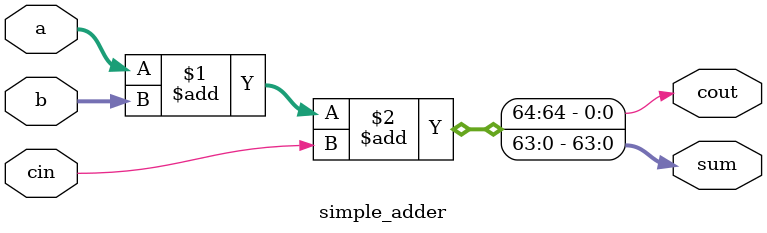
<source format=v>
`timescale 1ns / 1ps


module simple_adder(
    input [63:0] a,b,
    input cin,
    output [63:0] sum,
    output cout
    );
    assign {cout, sum} = a + b + cin;
endmodule

</source>
